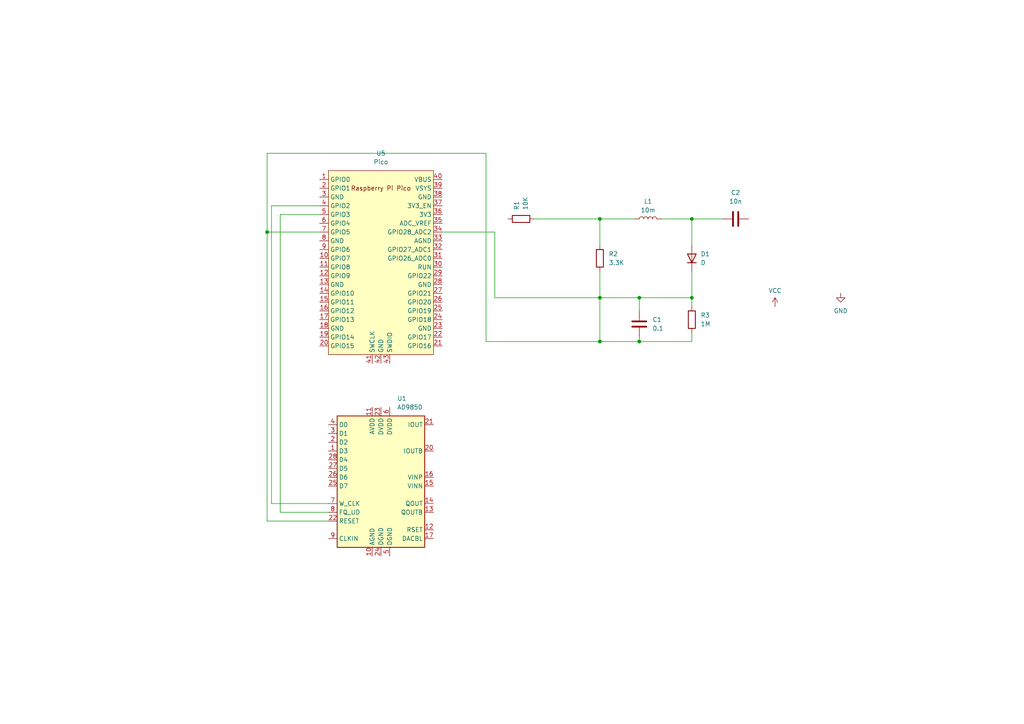
<source format=kicad_sch>
(kicad_sch (version 20250114) (generator "eeschema") (generator_version "9.0")
  (paper "A4")
  (lib_symbols
    (symbol "Device:C" (pin_numbers (hide yes)) (pin_names (offset 0.254))
      (property "Reference" "C" (at 0.635 2.54 0))
      (property "Value" "C" (at 0.635 -2.54 0))
      (symbol "C_0_1"
        (polyline (pts (xy -2.032 0.762) (xy 2.032 0.762)) (stroke (width 0.508)))
        (polyline (pts (xy -2.032 -0.762) (xy 2.032 -0.762)) (stroke (width 0.508)))
      )
      (symbol "C_1_1"
        (pin passive line (at 0 3.81 270) (length 2.794) (name "~") (number "1"))
        (pin passive line (at 0 -3.81 90) (length 2.794) (name "~") (number "2"))
      )
    )
    (symbol "Device:D" (pin_numbers (hide yes)) (pin_names (offset 1.016) (hide yes))
      (property "Reference" "D" (at 0 2.54 0))
      (property "Value" "D" (at 0 -2.54 0))
      (symbol "D_0_1"
        (polyline (pts (xy -1.27 1.27) (xy -1.27 -1.27)) (stroke (width 0.254)))
        (polyline (pts (xy 1.27 1.27) (xy 1.27 -1.27) (xy -1.27 0) (xy 1.27 1.27)) (stroke (width 0.254)))
        (polyline (pts (xy 1.27 0) (xy -1.27 0)))
      )
      (symbol "D_1_1"
        (pin passive line (at -3.81 0 0) (length 2.54) (name "K") (number "1"))
        (pin passive line (at 3.81 0 180) (length 2.54) (name "A") (number "2"))
      )
    )
    (symbol "Device:L" (pin_numbers (hide yes)) (pin_names (offset 1.016) (hide yes))
      (property "Reference" "L" (at -1.27 0 90))
      (property "Value" "L" (at 1.905 0 90))
      (symbol "L_0_1"
        (arc (start 0 2.54) (mid 0.6323 1.905) (end 0 1.27))
        (arc (start 0 1.27) (mid 0.6323 0.635) (end 0 0))
        (arc (start 0 0) (mid 0.6323 -0.635) (end 0 -1.27))
        (arc (start 0 -1.27) (mid 0.6323 -1.905) (end 0 -2.54))
      )
      (symbol "L_1_1"
        (pin passive line (at 0 3.81 270) (length 1.27) (name "1") (number "1"))
        (pin passive line (at 0 -3.81 90) (length 1.27) (name "2") (number "2"))
      )
    )
    (symbol "Device:R" (pin_numbers (hide yes)) (pin_names (offset 0))
      (property "Reference" "R" (at 2.032 0 90))
      (property "Value" "R" (at 0 0 90))
      (symbol "R_0_1"
        (rectangle (start -1.016 -2.54) (end 1.016 2.54) (stroke (width 0.254)))
      )
      (symbol "R_1_1"
        (pin passive line (at 0 3.81 270) (length 1.27) (name "~") (number "1"))
        (pin passive line (at 0 -3.81 90) (length 1.27) (name "~") (number "2"))
      )
    )
    (symbol "Interface:AD9850"
      (property "Reference" "U" (at -12.7 19.05 0))
      (property "Value" "AD9850" (at 12.7 19.05 0))
      (symbol "AD9850_0_1"
        (rectangle (start -12.7 17.78) (end 12.7 -20.32) (stroke (width 0.254)) (fill (type background)))
      )
      (symbol "AD9850_1_1"
        (pin input line (at -15.24 15.24 0) (length 2.54) (name "D0") (number "4"))
        (pin input line (at -15.24 12.7 0) (length 2.54) (name "D1") (number "3"))
        (pin input line (at -15.24 10.16 0) (length 2.54) (name "D2") (number "2"))
        (pin input line (at -15.24 7.62 0) (length 2.54) (name "D3") (number "1"))
        (pin input line (at -15.24 5.08 0) (length 2.54) (name "D4") (number "28"))
        (pin input line (at -15.24 2.54 0) (length 2.54) (name "D5") (number "27"))
        (pin input line (at -15.24 0 0) (length 2.54) (name "D6") (number "26"))
        (pin input line (at -15.24 -2.54 0) (length 2.54) (name "D7") (number "25"))
        (pin input line (at -15.24 -7.62 0) (length 2.54) (name "W_CLK") (number "7"))
        (pin input line (at -15.24 -10.16 0) (length 2.54) (name "FQ_UD") (number "8"))
        (pin input line (at -15.24 -12.7 0) (length 2.54) (name "RESET") (number "22"))
        (pin input line (at -15.24 -17.78 0) (length 2.54) (name "CLKIN") (number "9"))
        (pin power_in line (at -2.54 20.32 270) (length 2.54) (name "AVDD") (number "11"))
        (pin passive line (at -2.54 20.32 270) (length 2.54) (hide yes) (name "AVDD") (number "18"))
        (pin power_in line (at -2.54 -22.86 90) (length 2.54) (name "AGND") (number "10"))
        (pin passive line (at -2.54 -22.86 90) (length 2.54) (hide yes) (name "AGND") (number "19"))
        (pin power_in line (at 0 20.32 270) (length 2.54) (name "DVDD") (number "23"))
        (pin power_in line (at 0 -22.86 90) (length 2.54) (name "DGND") (number "24"))
        (pin power_in line (at 2.54 20.32 270) (length 2.54) (name "DVDD") (number "6"))
        (pin power_in line (at 2.54 -22.86 90) (length 2.54) (name "DGND") (number "5"))
        (pin output line (at 15.24 15.24 180) (length 2.54) (name "IOUT") (number "21"))
        (pin output line (at 15.24 7.62 180) (length 2.54) (name "IOUTB") (number "20"))
        (pin input line (at 15.24 0 180) (length 2.54) (name "VINP") (number "16"))
        (pin input line (at 15.24 -2.54 180) (length 2.54) (name "VINN") (number "15"))
        (pin output line (at 15.24 -7.62 180) (length 2.54) (name "QOUT") (number "14"))
        (pin output line (at 15.24 -10.16 180) (length 2.54) (name "QOUTB") (number "13"))
        (pin passive line (at 15.24 -15.24 180) (length 2.54) (name "RSET") (number "12"))
        (pin passive line (at 15.24 -17.78 180) (length 2.54) (name "DACBL") (number "17"))
      )
    )
    (symbol "MCU_RaspberryPi_and_Boards:Pico"
      (property "Reference" "U" (at -13.97 27.94 0))
      (property "Value" "Pico" (at 0 19.05 0))
      (symbol "Pico_0_0"
        (text "Raspberry Pi Pico" (at 0 21.59 0) (effects (font (size 1.27 1.27))))
      )
      (symbol "Pico_0_1"
        (rectangle (start -15.24 26.67) (end 15.24 -26.67) (fill (type background)))
      )
      (symbol "Pico_1_1"
        (pin bidirectional line (at -17.78 24.13 0) (length 2.54) (name "GPIO0") (number "1"))
        (pin bidirectional line (at -17.78 21.59 0) (length 2.54) (name "GPIO1") (number "2"))
        (pin power_in line (at -17.78 19.05 0) (length 2.54) (name "GND") (number "3"))
        (pin bidirectional line (at -17.78 16.51 0) (length 2.54) (name "GPIO2") (number "4"))
        (pin bidirectional line (at -17.78 13.97 0) (length 2.54) (name "GPIO3") (number "5"))
        (pin bidirectional line (at -17.78 11.43 0) (length 2.54) (name "GPIO4") (number "6"))
        (pin bidirectional line (at -17.78 8.89 0) (length 2.54) (name "GPIO5") (number "7"))
        (pin power_in line (at -17.78 6.35 0) (length 2.54) (name "GND") (number "8"))
        (pin bidirectional line (at -17.78 3.81 0) (length 2.54) (name "GPIO6") (number "9"))
        (pin bidirectional line (at -17.78 1.27 0) (length 2.54) (name "GPIO7") (number "10"))
        (pin bidirectional line (at -17.78 -1.27 0) (length 2.54) (name "GPIO8") (number "11"))
        (pin bidirectional line (at -17.78 -3.81 0) (length 2.54) (name "GPIO9") (number "12"))
        (pin power_in line (at -17.78 -6.35 0) (length 2.54) (name "GND") (number "13"))
        (pin bidirectional line (at -17.78 -8.89 0) (length 2.54) (name "GPIO10") (number "14"))
        (pin bidirectional line (at -17.78 -11.43 0) (length 2.54) (name "GPIO11") (number "15"))
        (pin bidirectional line (at -17.78 -13.97 0) (length 2.54) (name "GPIO12") (number "16"))
        (pin bidirectional line (at -17.78 -16.51 0) (length 2.54) (name "GPIO13") (number "17"))
        (pin power_in line (at -17.78 -19.05 0) (length 2.54) (name "GND") (number "18"))
        (pin bidirectional line (at -17.78 -21.59 0) (length 2.54) (name "GPIO14") (number "19"))
        (pin bidirectional line (at -17.78 -24.13 0) (length 2.54) (name "GPIO15") (number "20"))
        (pin input line (at -2.54 -29.21 90) (length 2.54) (name "SWCLK") (number "41"))
        (pin power_in line (at 0 -29.21 90) (length 2.54) (name "GND") (number "42"))
        (pin bidirectional line (at 2.54 -29.21 90) (length 2.54) (name "SWDIO") (number "43"))
        (pin power_in line (at 17.78 24.13 180) (length 2.54) (name "VBUS") (number "40"))
        (pin power_in line (at 17.78 21.59 180) (length 2.54) (name "VSYS") (number "39"))
        (pin bidirectional line (at 17.78 19.05 180) (length 2.54) (name "GND") (number "38"))
        (pin input line (at 17.78 16.51 180) (length 2.54) (name "3V3_EN") (number "37"))
        (pin power_in line (at 17.78 13.97 180) (length 2.54) (name "3V3") (number "36"))
        (pin power_in line (at 17.78 11.43 180) (length 2.54) (name "ADC_VREF") (number "35"))
        (pin bidirectional line (at 17.78 8.89 180) (length 2.54) (name "GPIO28_ADC2") (number "34"))
        (pin power_in line (at 17.78 6.35 180) (length 2.54) (name "AGND") (number "33"))
        (pin bidirectional line (at 17.78 3.81 180) (length 2.54) (name "GPIO27_ADC1") (number "32"))
        (pin bidirectional line (at 17.78 1.27 180) (length 2.54) (name "GPIO26_ADC0") (number "31"))
        (pin input line (at 17.78 -1.27 180) (length 2.54) (name "RUN") (number "30"))
        (pin bidirectional line (at 17.78 -3.81 180) (length 2.54) (name "GPIO22") (number "29"))
        (pin power_in line (at 17.78 -6.35 180) (length 2.54) (name "GND") (number "28"))
        (pin bidirectional line (at 17.78 -8.89 180) (length 2.54) (name "GPIO21") (number "27"))
        (pin bidirectional line (at 17.78 -11.43 180) (length 2.54) (name "GPIO20") (number "26"))
        (pin bidirectional line (at 17.78 -13.97 180) (length 2.54) (name "GPIO19") (number "25"))
        (pin bidirectional line (at 17.78 -16.51 180) (length 2.54) (name "GPIO18") (number "24"))
        (pin power_in line (at 17.78 -19.05 180) (length 2.54) (name "GND") (number "23"))
        (pin bidirectional line (at 17.78 -21.59 180) (length 2.54) (name "GPIO17") (number "22"))
        (pin bidirectional line (at 17.78 -24.13 180) (length 2.54) (name "GPIO16") (number "21"))
      )
    )
    (symbol "power:GND" (power) (pin_numbers (hide yes)) (pin_names (offset 0) (hide yes))
      (property "Value" "GND" (at 0 -3.81 0))
      (symbol "GND_0_1"
        (polyline (pts (xy 0 0) (xy 0 -1.27) (xy 1.27 -1.27) (xy 0 -2.54) (xy -1.27 -1.27) (xy 0 -1.27)))
      )
      (symbol "GND_1_1"
        (pin power_in line (at 0 0 270) (length 0) (name "~") (number "1"))
      )
    )
    (symbol "power:VCC" (power) (pin_numbers (hide yes)) (pin_names (offset 0) (hide yes))
      (property "Value" "VCC" (at 0 3.556 0))
      (symbol "VCC_0_1"
        (polyline (pts (xy -0.762 1.27) (xy 0 2.54)))
        (polyline (pts (xy 0 2.54) (xy 0.762 1.27)))
        (polyline (pts (xy 0 0) (xy 0 2.54)))
      )
      (symbol "VCC_1_1"
        (pin power_in line (at 0 0 90) (length 0) (name "~") (number "1"))
      )
    )
  )
  (junction (at 200.66 86.36))
  (junction (at 200.66 63.5))
  (junction (at 173.99 99.06))
  (junction (at 185.42 99.06))
  (junction (at 77.47 67.31))
  (junction (at 173.99 86.36))
  (junction (at 185.42 86.36))
  (junction (at 173.99 63.5))
  (wire (pts (xy 92.71 67.31) (xy 77.47 67.31)))
  (wire (pts (xy 200.66 63.5) (xy 191.77 63.5)))
  (wire (pts (xy 78.74 59.69) (xy 92.71 59.69)))
  (wire (pts (xy 185.42 99.06) (xy 200.66 99.06)))
  (wire (pts (xy 200.66 63.5) (xy 209.55 63.5)))
  (wire (pts (xy 95.25 148.59) (xy 81.28 148.59)))
  (wire (pts (xy 200.66 71.12) (xy 200.66 63.5)))
  (wire (pts (xy 140.97 99.06) (xy 173.99 99.06)))
  (wire (pts (xy 81.28 62.23) (xy 92.71 62.23)))
  (wire (pts (xy 77.47 44.45) (xy 77.47 67.31)))
  (wire (pts (xy 77.47 67.31) (xy 77.47 151.13)))
  (wire (pts (xy 200.66 86.36) (xy 200.66 88.9)))
  (wire (pts (xy 200.66 78.74) (xy 200.66 86.36)))
  (wire (pts (xy 173.99 63.5) (xy 184.15 63.5)))
  (wire (pts (xy 143.51 67.31) (xy 143.51 86.36)))
  (wire (pts (xy 140.97 44.45) (xy 140.97 99.06)))
  (wire (pts (xy 173.99 86.36) (xy 185.42 86.36)))
  (wire (pts (xy 173.99 71.12) (xy 173.99 63.5)))
  (wire (pts (xy 173.99 86.36) (xy 173.99 99.06)))
  (wire (pts (xy 77.47 44.45) (xy 140.97 44.45)))
  (wire (pts (xy 173.99 63.5) (xy 154.94 63.5)))
  (wire (pts (xy 143.51 86.36) (xy 173.99 86.36)))
  (wire (pts (xy 200.66 96.52) (xy 200.66 99.06)))
  (wire (pts (xy 95.25 151.13) (xy 77.47 151.13)))
  (wire (pts (xy 173.99 99.06) (xy 185.42 99.06)))
  (wire (pts (xy 95.25 146.05) (xy 78.74 146.05)))
  (wire (pts (xy 185.42 97.79) (xy 185.42 99.06)))
  (wire (pts (xy 128.27 67.31) (xy 143.51 67.31)))
  (wire (pts (xy 78.74 146.05) (xy 78.74 59.69)))
  (wire (pts (xy 173.99 86.36) (xy 173.99 78.74)))
  (wire (pts (xy 200.66 86.36) (xy 185.42 86.36)))
  (wire (pts (xy 81.28 148.59) (xy 81.28 62.23)))
  (wire (pts (xy 185.42 86.36) (xy 185.42 90.17)))
  (symbol (lib_id "Device:R") (at 151.13 63.5 90) (unit 1)
    (property "Reference" "R1" (at 149.8599 60.96 0) (effects (justify left)))
    (property "Value" "10K" (at 152.3999 60.96 0) (effects (justify left)))
    (property "Description" "Resistor" (effects (hide yes)))
  )
  (symbol (lib_id "Device:L") (at 187.96 63.5 90) (unit 1)
    (property "Reference" "L1" (at 187.96 58.42 90))
    (property "Value" "10m" (at 187.96 60.96 90))
    (property "Description" "Inductor" (effects (hide yes)))
  )
  (symbol (lib_id "Device:D") (at 200.66 74.93 90) (unit 1)
    (property "Reference" "D1" (at 203.2 73.6599 90) (effects (justify right)))
    (property "Value" "D" (at 203.2 76.1999 90) (effects (justify right)))
    (property "Description" "Diode" (effects (hide yes)))
    (property "Sim.Device" "D" (effects (hide yes)))
    (property "Sim.Pins" "1=K 2=A" (effects (hide yes)))
  )
  (symbol (lib_id "power:GND") (at 243.84 85.09 0) (unit 1)
    (property "Reference" "#PWR02" (effects (hide yes)))
    (property "Value" "GND" (at 243.84 90.17 0))
    (property "Description" "Power symbol creates a global label with name \"GND\" , ground" (effects (hide yes)))
  )
  (symbol (lib_id "Interface:AD9850") (at 110.49 138.43 0) (unit 1)
    (property "Reference" "U1" (at 115.1733 115.57 0) (effects (justify left)))
    (property "Value" "AD9850" (at 115.1733 118.11 0) (effects (justify left)))
    (property "Footprint" "Package_SO:SSOP-28_5.3x10.2mm_P0.65mm" (effects (hide yes)))
    (property "Datasheet" "https://www.analog.com/media/en/technical-documentation/data-sheets/AD9850.pdf" (effects (hide yes)))
    (property "Description" "CMOS, 125 MHz, Complete DDS Synthesizer, SSOP-28" (effects (hide yes)))
  )
  (symbol (lib_id "Device:R") (at 200.66 92.71 0) (unit 1)
    (property "Reference" "R3" (at 203.2 91.4399 0) (effects (justify left)))
    (property "Value" "1M" (at 203.2 93.9799 0) (effects (justify left)))
    (property "Description" "Resistor" (effects (hide yes)))
  )
  (symbol (lib_id "MCU_RaspberryPi_and_Boards:Pico") (at 110.49 76.2 0) (unit 1)
    (property "Reference" "U5" (at 110.49 44.45 0))
    (property "Value" "Pico" (at 110.49 46.99 0))
    (property "Footprint" "RPi_Pico:RPi_Pico_SMD_TH" (effects (hide yes)))
  )
  (symbol (lib_id "Device:C") (at 213.36 63.5 90) (unit 1)
    (property "Reference" "C2" (at 213.36 55.88 90))
    (property "Value" "10n" (at 213.36 58.42 90))
    (property "Description" "Unpolarized capacitor" (effects (hide yes)))
  )
  (symbol (lib_id "Device:C") (at 185.42 93.98 0) (unit 1)
    (property "Reference" "C1" (at 189.23 92.7099 0) (effects (justify left)))
    (property "Value" "0.1" (at 189.23 95.2499 0) (effects (justify left)))
    (property "Description" "Unpolarized capacitor" (effects (hide yes)))
  )
  (symbol (lib_id "power:VCC") (at 224.79 88.9 0) (unit 1)
    (property "Reference" "#PWR01" (effects (hide yes)))
    (property "Value" "VCC" (at 224.79 84.328 0))
    (property "Description" "Power symbol creates a global label with name \"VCC\"" (effects (hide yes)))
  )
  (symbol (lib_id "Device:R") (at 173.99 74.93 0) (unit 1)
    (property "Reference" "R2" (at 176.53 73.6599 0) (effects (justify left)))
    (property "Value" "3.3K" (at 176.53 76.1999 0) (effects (justify left)))
    (property "Description" "Resistor" (effects (hide yes)))
  )
)
</source>
